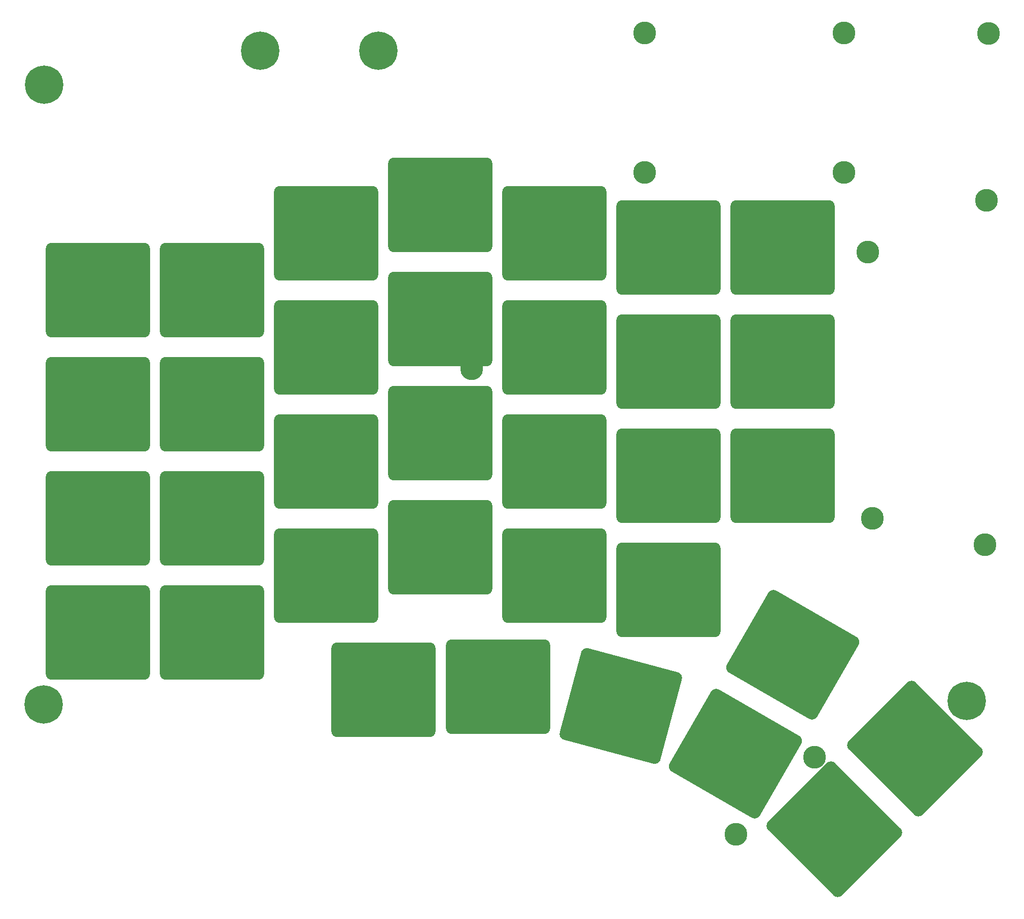
<source format=gbr>
%TF.GenerationSoftware,KiCad,Pcbnew,(6.0.0)*%
%TF.CreationDate,2021-12-27T00:33:35+08:00*%
%TF.ProjectId,TOP PLATE final,544f5020-504c-4415-9445-2066696e616c,rev?*%
%TF.SameCoordinates,Original*%
%TF.FileFunction,Copper,L2,Bot*%
%TF.FilePolarity,Positive*%
%FSLAX46Y46*%
G04 Gerber Fmt 4.6, Leading zero omitted, Abs format (unit mm)*
G04 Created by KiCad (PCBNEW (6.0.0)) date 2021-12-27 00:33:35*
%MOMM*%
%LPD*%
G01*
G04 APERTURE LIST*
G04 Aperture macros list*
%AMRoundRect*
0 Rectangle with rounded corners*
0 $1 Rounding radius*
0 $2 $3 $4 $5 $6 $7 $8 $9 X,Y pos of 4 corners*
0 Add a 4 corners polygon primitive as box body*
4,1,4,$2,$3,$4,$5,$6,$7,$8,$9,$2,$3,0*
0 Add four circle primitives for the rounded corners*
1,1,$1+$1,$2,$3*
1,1,$1+$1,$4,$5*
1,1,$1+$1,$6,$7*
1,1,$1+$1,$8,$9*
0 Add four rect primitives between the rounded corners*
20,1,$1+$1,$2,$3,$4,$5,0*
20,1,$1+$1,$4,$5,$6,$7,0*
20,1,$1+$1,$6,$7,$8,$9,0*
20,1,$1+$1,$8,$9,$2,$3,0*%
G04 Aperture macros list end*
%TA.AperFunction,SMDPad,CuDef*%
%ADD10RoundRect,0.995400X-7.704600X-6.904600X7.704600X-6.904600X7.704600X6.904600X-7.704600X6.904600X0*%
%TD*%
%TA.AperFunction,ComponentPad*%
%ADD11C,3.800000*%
%TD*%
%TA.AperFunction,ComponentPad*%
%ADD12C,0.800000*%
%TD*%
%TA.AperFunction,ComponentPad*%
%ADD13C,6.400000*%
%TD*%
%TA.AperFunction,SMDPad,CuDef*%
%ADD14RoundRect,0.995400X-10.330264X0.565685X0.565685X-10.330264X10.330264X-0.565685X-0.565685X10.330264X0*%
%TD*%
%TA.AperFunction,SMDPad,CuDef*%
%ADD15RoundRect,0.995400X-10.124679X-2.127259X3.220079X-9.831859X10.124679X2.127259X-3.220079X9.831859X0*%
%TD*%
%TA.AperFunction,SMDPad,CuDef*%
%ADD16RoundRect,0.995400X-9.229114X-4.675234X5.655030X-8.663429X9.229114X4.675234X-5.655030X8.663429X0*%
%TD*%
G04 APERTURE END LIST*
D10*
%TO.P,SW32,1*%
%TO.N,N/C*%
X77487499Y-75792000D03*
%TD*%
%TO.P,SW10,1*%
%TO.N,N/C*%
X172737500Y-125798250D03*
%TD*%
D11*
%TO.P,DRILL11,1,1*%
%TO.N,/SHIELD13*%
X225560000Y-118237500D03*
%TD*%
D10*
%TO.P,SW18,1*%
%TO.N,N/C*%
X134637500Y-80554500D03*
%TD*%
D12*
%TO.P,DRILL4,1,1*%
%TO.N,/SHIELD2*%
X106272056Y-37469556D03*
X102175000Y-35772500D03*
X106272056Y-34075444D03*
X102877944Y-37469556D03*
X104575000Y-33372500D03*
X106975000Y-35772500D03*
X104575000Y-38172500D03*
D13*
X104575000Y-35772500D03*
D12*
X102877944Y-34075444D03*
%TD*%
D11*
%TO.P,DRILL10,1,1*%
%TO.N,/SHIELD10*%
X225790000Y-60757500D03*
%TD*%
D10*
%TO.P,SW9,1*%
%TO.N,N/C*%
X172737500Y-106748250D03*
%TD*%
D12*
%TO.P,DRILL7,1,1*%
%TO.N,/SHIELD5*%
X220772944Y-146037056D03*
X224167056Y-142642944D03*
X224167056Y-146037056D03*
X224870000Y-144340000D03*
X220070000Y-144340000D03*
D13*
X222470000Y-144340000D03*
D12*
X222470000Y-146740000D03*
X220772944Y-142642944D03*
X222470000Y-141940000D03*
%TD*%
D10*
%TO.P,SW26,1*%
%TO.N,N/C*%
X144290000Y-141928250D03*
%TD*%
%TO.P,SW12,1*%
%TO.N,N/C*%
X153687500Y-66267000D03*
%TD*%
D11*
%TO.P,DRILL16,1,1*%
%TO.N,unconnected-(DRILL16-Pad1)*%
X168750000Y-56120000D03*
%TD*%
D14*
%TO.P,SW6,1*%
%TO.N,N/C*%
X200401353Y-165761895D03*
%TD*%
D11*
%TO.P,DRILL13,1,1*%
%TO.N,/SHIELD12*%
X205960000Y-69410000D03*
%TD*%
D10*
%TO.P,SW22,1*%
%TO.N,N/C*%
X115587500Y-66267000D03*
%TD*%
%TO.P,SW25,1*%
%TO.N,N/C*%
X115587500Y-123417000D03*
%TD*%
%TO.P,SW29,1*%
%TO.N,N/C*%
X96537500Y-113892000D03*
%TD*%
%TO.P,SW1,1*%
%TO.N,N/C*%
X191787499Y-68648250D03*
%TD*%
D11*
%TO.P,DRILL14,1,1*%
%TO.N,unconnected-(DRILL14-Pad1)*%
X202030000Y-32860000D03*
%TD*%
D10*
%TO.P,SW20,1*%
%TO.N,N/C*%
X134637500Y-118654500D03*
%TD*%
%TO.P,SW24,1*%
%TO.N,N/C*%
X115587500Y-104367000D03*
%TD*%
%TO.P,SW13,1*%
%TO.N,N/C*%
X153687500Y-85317000D03*
%TD*%
%TO.P,SW3,1*%
%TO.N,N/C*%
X191787499Y-106748250D03*
%TD*%
%TO.P,SW17,1*%
%TO.N,N/C*%
X134637500Y-61504500D03*
%TD*%
D15*
%TO.P,SW11,1*%
%TO.N,N/C*%
X193454374Y-136624717D03*
%TD*%
D16*
%TO.P,SW21,1*%
%TO.N,N/C*%
X164747348Y-145177047D03*
%TD*%
D10*
%TO.P,SW14,1*%
%TO.N,N/C*%
X153687500Y-104367000D03*
%TD*%
%TO.P,SW35,1*%
%TO.N,N/C*%
X77487499Y-132942000D03*
%TD*%
%TO.P,SW8,1*%
%TO.N,N/C*%
X172737500Y-87698250D03*
%TD*%
D11*
%TO.P,DRILL17,1,1*%
%TO.N,unconnected-(DRILL17-Pad1)*%
X202030000Y-56140000D03*
%TD*%
D10*
%TO.P,SW28,1*%
%TO.N,N/C*%
X96537500Y-94842000D03*
%TD*%
D12*
%TO.P,DRILL5,1,1*%
%TO.N,SHIELD*%
X125942056Y-34075444D03*
X124245000Y-38172500D03*
X124245000Y-33372500D03*
X122547944Y-34075444D03*
D13*
X124245000Y-35772500D03*
D12*
X125942056Y-37469556D03*
X121845000Y-35772500D03*
X122547944Y-37469556D03*
X126645000Y-35772500D03*
%TD*%
D14*
%TO.P,SW4,1*%
%TO.N,N/C*%
X213871737Y-152291512D03*
%TD*%
D10*
%TO.P,SW23,1*%
%TO.N,N/C*%
X115587500Y-85317000D03*
%TD*%
%TO.P,SW34,1*%
%TO.N,N/C*%
X77487499Y-113891999D03*
%TD*%
D12*
%TO.P,DRILL3,1,1*%
%TO.N,/SHIELD1*%
X70920000Y-41470000D03*
X66120000Y-41470000D03*
X66822944Y-39772944D03*
D13*
X68520000Y-41470000D03*
D12*
X68520000Y-43870000D03*
X68520000Y-39070000D03*
X70217056Y-43167056D03*
X70217056Y-39772944D03*
X66822944Y-43167056D03*
%TD*%
D10*
%TO.P,SW15,1*%
%TO.N,N/C*%
X153687500Y-123417000D03*
%TD*%
D11*
%TO.P,DRILL12,1,1*%
%TO.N,/SHIELD11*%
X139860000Y-88920000D03*
%TD*%
%TO.P,DRILL6,1,1*%
%TO.N,/SHIELD4*%
X226150000Y-32910000D03*
%TD*%
D10*
%TO.P,SW2,1*%
%TO.N,N/C*%
X191787499Y-87698250D03*
%TD*%
%TO.P,SW31,1*%
%TO.N,N/C*%
X125112500Y-142467000D03*
%TD*%
%TO.P,SW19,1*%
%TO.N,N/C*%
X134637500Y-99604500D03*
%TD*%
D11*
%TO.P,DRILL15,1,1*%
%TO.N,unconnected-(DRILL15-Pad1)*%
X168750000Y-32860000D03*
%TD*%
D10*
%TO.P,SW30,1*%
%TO.N,N/C*%
X96537500Y-132942000D03*
%TD*%
D12*
%TO.P,DRILL1,1,1*%
%TO.N,/SHIELD8*%
X65995500Y-144940000D03*
D13*
X68395500Y-144940000D03*
D12*
X66698444Y-143242944D03*
X68395500Y-147340000D03*
X68395500Y-142540000D03*
X70795500Y-144940000D03*
X70092556Y-146637056D03*
X70092556Y-143242944D03*
X66698444Y-146637056D03*
%TD*%
D15*
%TO.P,SW16,1*%
%TO.N,N/C*%
X183929374Y-153122500D03*
%TD*%
D10*
%TO.P,SW33,1*%
%TO.N,N/C*%
X77487499Y-94841999D03*
%TD*%
%TO.P,SW7,1*%
%TO.N,N/C*%
X172737500Y-68648250D03*
%TD*%
%TO.P,SW27,1*%
%TO.N,N/C*%
X96537500Y-75792000D03*
%TD*%
D11*
%TO.P,DRILL2,1,1*%
%TO.N,/SHIELD9*%
X206720000Y-113837500D03*
%TD*%
%TO.P,DRILL9,1,1*%
%TO.N,/SHIELD7*%
X183960000Y-166610000D03*
%TD*%
%TO.P,DRILL8,1,1*%
%TO.N,/SHIELD6*%
X197140000Y-153750000D03*
%TD*%
M02*

</source>
